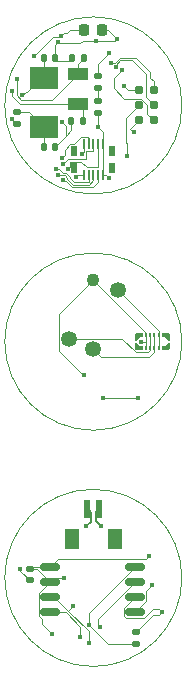
<source format=gbr>
%TF.GenerationSoftware,KiCad,Pcbnew,9.0.0*%
%TF.CreationDate,2025-03-13T16:46:45-04:00*%
%TF.ProjectId,IngestibleCapsule-Board_larger_vias,496e6765-7374-4696-926c-654361707375,rev?*%
%TF.SameCoordinates,Original*%
%TF.FileFunction,Copper,L2,Bot*%
%TF.FilePolarity,Positive*%
%FSLAX46Y46*%
G04 Gerber Fmt 4.6, Leading zero omitted, Abs format (unit mm)*
G04 Created by KiCad (PCBNEW 9.0.0) date 2025-03-13 16:46:45*
%MOMM*%
%LPD*%
G01*
G04 APERTURE LIST*
G04 Aperture macros list*
%AMRoundRect*
0 Rectangle with rounded corners*
0 $1 Rounding radius*
0 $2 $3 $4 $5 $6 $7 $8 $9 X,Y pos of 4 corners*
0 Add a 4 corners polygon primitive as box body*
4,1,4,$2,$3,$4,$5,$6,$7,$8,$9,$2,$3,0*
0 Add four circle primitives for the rounded corners*
1,1,$1+$1,$2,$3*
1,1,$1+$1,$4,$5*
1,1,$1+$1,$6,$7*
1,1,$1+$1,$8,$9*
0 Add four rect primitives between the rounded corners*
20,1,$1+$1,$2,$3,$4,$5,0*
20,1,$1+$1,$4,$5,$6,$7,0*
20,1,$1+$1,$6,$7,$8,$9,0*
20,1,$1+$1,$8,$9,$2,$3,0*%
G04 Aperture macros list end*
%TA.AperFunction,EtchedComponent*%
%ADD10C,0.000000*%
%TD*%
%TA.AperFunction,ComponentPad*%
%ADD11C,1.350000*%
%TD*%
%TA.AperFunction,ComponentPad*%
%ADD12C,1.100000*%
%TD*%
%TA.AperFunction,SMDPad,CuDef*%
%ADD13R,2.400000X1.900000*%
%TD*%
%TA.AperFunction,SMDPad,CuDef*%
%ADD14R,0.220000X0.900000*%
%TD*%
%TA.AperFunction,SMDPad,CuDef*%
%ADD15R,0.500000X0.850000*%
%TD*%
%TA.AperFunction,ConnectorPad*%
%ADD16C,0.787400*%
%TD*%
%TA.AperFunction,SMDPad,CuDef*%
%ADD17R,0.600000X1.550000*%
%TD*%
%TA.AperFunction,SMDPad,CuDef*%
%ADD18R,1.200000X1.800000*%
%TD*%
%TA.AperFunction,SMDPad,CuDef*%
%ADD19RoundRect,0.135000X-0.185000X0.135000X-0.185000X-0.135000X0.185000X-0.135000X0.185000X0.135000X0*%
%TD*%
%TA.AperFunction,SMDPad,CuDef*%
%ADD20RoundRect,0.140000X0.140000X0.170000X-0.140000X0.170000X-0.140000X-0.170000X0.140000X-0.170000X0*%
%TD*%
%TA.AperFunction,SMDPad,CuDef*%
%ADD21RoundRect,0.225000X-0.225000X-0.250000X0.225000X-0.250000X0.225000X0.250000X-0.225000X0.250000X0*%
%TD*%
%TA.AperFunction,SMDPad,CuDef*%
%ADD22RoundRect,0.140000X-0.140000X-0.170000X0.140000X-0.170000X0.140000X0.170000X-0.140000X0.170000X0*%
%TD*%
%TA.AperFunction,SMDPad,CuDef*%
%ADD23RoundRect,0.147500X0.172500X-0.147500X0.172500X0.147500X-0.172500X0.147500X-0.172500X-0.147500X0*%
%TD*%
%TA.AperFunction,SMDPad,CuDef*%
%ADD24RoundRect,0.140000X-0.170000X0.140000X-0.170000X-0.140000X0.170000X-0.140000X0.170000X0.140000X0*%
%TD*%
%TA.AperFunction,SMDPad,CuDef*%
%ADD25RoundRect,0.162500X0.650000X0.162500X-0.650000X0.162500X-0.650000X-0.162500X0.650000X-0.162500X0*%
%TD*%
%TA.AperFunction,SMDPad,CuDef*%
%ADD26R,0.230000X0.350000*%
%TD*%
%TA.AperFunction,SMDPad,CuDef*%
%ADD27R,1.800000X1.000000*%
%TD*%
%TA.AperFunction,ViaPad*%
%ADD28C,0.450000*%
%TD*%
%TA.AperFunction,Conductor*%
%ADD29C,0.100000*%
%TD*%
%TA.AperFunction,Conductor*%
%ADD30C,0.200000*%
%TD*%
%TA.AperFunction,Profile*%
%ADD31C,0.050000*%
%TD*%
G04 APERTURE END LIST*
D10*
%TA.AperFunction,EtchedComponent*%
%TO.C,J3*%
G36*
X104225001Y-94600000D02*
G01*
X103945001Y-94600000D01*
X103715001Y-94919999D01*
X103500001Y-94919999D01*
X103500001Y-94389999D01*
X103639999Y-94250000D01*
X104225001Y-94250000D01*
X104225001Y-94600000D01*
G37*
%TD.AperFunction*%
%TA.AperFunction,EtchedComponent*%
G36*
X103945001Y-95400000D02*
G01*
X104225001Y-95400000D01*
X104225001Y-95750000D01*
X103639999Y-95750000D01*
X103500001Y-95610001D01*
X103500001Y-95080001D01*
X103715001Y-95080001D01*
X103945001Y-95400000D01*
G37*
%TD.AperFunction*%
%TA.AperFunction,EtchedComponent*%
G36*
X106499999Y-94389999D02*
G01*
X106499999Y-94919999D01*
X106284999Y-94919999D01*
X106054999Y-94600000D01*
X105774999Y-94600000D01*
X105774999Y-94250000D01*
X106360001Y-94250000D01*
X106499999Y-94389999D01*
G37*
%TD.AperFunction*%
%TA.AperFunction,EtchedComponent*%
G36*
X106499999Y-95610001D02*
G01*
X106360001Y-95750000D01*
X105774999Y-95750000D01*
X105774999Y-95400000D01*
X106054999Y-95400000D01*
X106284999Y-95080001D01*
X106499999Y-95080001D01*
X106499999Y-95610001D01*
G37*
%TD.AperFunction*%
%TD*%
D11*
%TO.P,U2,1,SDA*%
%TO.N,/SEN_I2C_SDA*%
X100000000Y-95600000D03*
%TO.P,U2,2,VDD*%
%TO.N,I2C_VDD*%
X102065000Y-90615000D03*
D12*
%TO.P,U2,3,GND*%
%TO.N,I2C_GND*%
X100000000Y-89760000D03*
D11*
%TO.P,U2,4,SCL*%
%TO.N,/SEN_I2C_SCL*%
X97935000Y-94745000D03*
%TD*%
D13*
%TO.P,Y1,1,1*%
%TO.N,Net-(C2-Pad2)*%
X95800000Y-76800000D03*
%TO.P,Y1,2,2*%
%TO.N,Net-(U1-PF0)*%
X95800000Y-72700000D03*
%TD*%
D14*
%TO.P,J5,1,1*%
%TO.N,GND*%
X100800001Y-78285001D03*
%TO.P,J5,2,2*%
%TO.N,/MCU_SPI_MISO*%
X100399999Y-78285001D03*
%TO.P,J5,3,3*%
%TO.N,/MCU_SPI_MOSI*%
X100000000Y-78285001D03*
%TO.P,J5,4,4*%
%TO.N,/MCU_MEM_CS*%
X99600001Y-78285001D03*
%TO.P,J5,5,5*%
%TO.N,+3.3V*%
X99199999Y-78285001D03*
%TO.P,J5,6,6*%
%TO.N,GND*%
X100800001Y-80914999D03*
%TO.P,J5,7,7*%
%TO.N,/MCU_RF_IRQ*%
X100399999Y-80914999D03*
%TO.P,J5,8,8*%
%TO.N,/MCU_RF_CS*%
X100000000Y-80914999D03*
%TO.P,J5,9,9*%
%TO.N,/MCU_SPI_SCK*%
X99600001Y-80914999D03*
%TO.P,J5,10,10*%
%TO.N,+3.3V*%
X99199999Y-80914999D03*
D15*
%TO.P,J5,P1*%
%TO.N,N/C*%
X101600000Y-80340000D03*
%TO.P,J5,P2*%
X98400003Y-80340000D03*
%TO.P,J5,P3*%
X101600000Y-78860000D03*
%TO.P,J5,P4*%
X98400003Y-78860000D03*
%TD*%
D16*
%TO.P,J1,1,VCC*%
%TO.N,+3.3V*%
X103830000Y-76240000D03*
%TO.P,J1,2,SWDIO*%
%TO.N,/Processor/SWDIO*%
X105100000Y-76240000D03*
%TO.P,J1,3,~{RESET}*%
%TO.N,/Processor/NRST*%
X103830000Y-74970000D03*
%TO.P,J1,4,SWCLK*%
%TO.N,/Processor/SWCLK*%
X105100000Y-74970000D03*
%TO.P,J1,5,GND*%
%TO.N,GND*%
X103830000Y-73700000D03*
%TO.P,J1,6,SWO*%
%TO.N,/Processor/SWO*%
X105100000Y-73700000D03*
%TD*%
D17*
%TO.P,J6,1,Pin_1*%
%TO.N,/RF Transceiver/RFN*%
X100500000Y-109163000D03*
%TO.P,J6,2,Pin_2*%
%TO.N,/RF Transceiver/RFP*%
X99500000Y-109163000D03*
D18*
%TO.P,J6,MP1*%
%TO.N,N/C*%
X101800000Y-111688000D03*
%TO.P,J6,MP2*%
X98200000Y-111688000D03*
%TD*%
D19*
%TO.P,R4,1*%
%TO.N,Net-(D1-K)*%
X100400000Y-74590000D03*
%TO.P,R4,2*%
%TO.N,GND*%
X100400000Y-75610000D03*
%TD*%
D20*
%TO.P,C2,1*%
%TO.N,GND*%
X96760000Y-78500000D03*
%TO.P,C2,2*%
%TO.N,Net-(C2-Pad2)*%
X95800000Y-78500000D03*
%TD*%
D19*
%TO.P,R8,1*%
%TO.N,SPI_VDD*%
X103597500Y-119610000D03*
%TO.P,R8,2*%
%TO.N,/MEM_CS*%
X103597500Y-120630000D03*
%TD*%
D21*
%TO.P,C24,1*%
%TO.N,+3.3V*%
X99225000Y-68600000D03*
%TO.P,C24,2*%
%TO.N,GND*%
X100775000Y-68600000D03*
%TD*%
D22*
%TO.P,C4,1*%
%TO.N,GND*%
X98140000Y-76300000D03*
%TO.P,C4,2*%
%TO.N,Net-(U1-PC15)*%
X99100000Y-76300000D03*
%TD*%
D23*
%TO.P,D1,1,K*%
%TO.N,Net-(D1-K)*%
X100400000Y-73485000D03*
%TO.P,D1,2,A*%
%TO.N,/Processor/LED_OUT*%
X100400000Y-72515000D03*
%TD*%
D19*
%TO.P,R1,1*%
%TO.N,Net-(C2-Pad2)*%
X93500000Y-75590000D03*
%TO.P,R1,2*%
%TO.N,Net-(U1-PF1)*%
X93500000Y-76610000D03*
%TD*%
D24*
%TO.P,C14,1*%
%TO.N,SPI_VDD*%
X94597500Y-114235000D03*
%TO.P,C14,2*%
%TO.N,SPI_GND*%
X94597500Y-115195000D03*
%TD*%
D25*
%TO.P,U4,1,~{CS}*%
%TO.N,/MEM_CS*%
X103535000Y-114090000D03*
%TO.P,U4,2,DO/IO_{1}*%
%TO.N,/SPI_MISO*%
X103535000Y-115360000D03*
%TO.P,U4,3,~{WP}/IO_{2}*%
%TO.N,SPI_VDD*%
X103535000Y-116630000D03*
%TO.P,U4,4,GND*%
%TO.N,SPI_GND*%
X103535000Y-117900000D03*
%TO.P,U4,5,DI/IO_{0}*%
%TO.N,/SPI_MOSI*%
X96360000Y-117900000D03*
%TO.P,U4,6,CLK*%
%TO.N,/SPI_SCK*%
X96360000Y-116630000D03*
%TO.P,U4,7,~{HOLD}/~{RESET}/IO_{3}*%
%TO.N,SPI_VDD*%
X96360000Y-115360000D03*
%TO.P,U4,8,VCC*%
X96360000Y-114090000D03*
%TD*%
D26*
%TO.P,J3,1,1*%
%TO.N,I2C_GND*%
X104475000Y-94425000D03*
X104475000Y-95575000D03*
%TO.P,J3,2,2*%
%TO.N,/SEN_I2C_SCL*%
X104824999Y-94425000D03*
X104824999Y-95575000D03*
%TO.P,J3,3,3*%
%TO.N,/SEN_I2C_SDA*%
X105175001Y-94425000D03*
X105175001Y-95575000D03*
%TO.P,J3,4,4*%
%TO.N,I2C_VDD*%
X105525000Y-94425000D03*
X105525000Y-95575000D03*
%TD*%
D20*
%TO.P,C1,1*%
%TO.N,GND*%
X96760000Y-71000000D03*
%TO.P,C1,2*%
%TO.N,Net-(U1-PF0)*%
X95800000Y-71000000D03*
%TD*%
D22*
%TO.P,C3,1*%
%TO.N,GND*%
X98220000Y-71000000D03*
%TO.P,C3,2*%
%TO.N,Net-(U1-PC14)*%
X99180000Y-71000000D03*
%TD*%
D27*
%TO.P,Y2,1,1*%
%TO.N,Net-(U1-PC15)*%
X98671772Y-74850000D03*
%TO.P,Y2,2,2*%
%TO.N,Net-(U1-PC14)*%
X98671772Y-72350000D03*
%TD*%
D28*
%TO.N,Net-(U1-PC15)*%
X93125000Y-73760000D03*
%TO.N,Net-(U1-PF1)*%
X93078968Y-76120526D03*
%TO.N,/Processor/NRST*%
X102890000Y-79280000D03*
%TO.N,GND*%
X97380000Y-76440000D03*
X100400000Y-76830000D03*
X101320000Y-81120000D03*
X102580000Y-73330000D03*
X97050000Y-69620000D03*
X100250000Y-69549000D03*
X102000000Y-69350000D03*
%TO.N,Net-(U1-PF0)*%
X94000000Y-74100000D03*
%TO.N,Net-(U1-PC14)*%
X93570000Y-72740000D03*
%TO.N,+3.3V*%
X97233053Y-69101353D03*
X98499933Y-81089999D03*
X94990000Y-70800000D03*
X103430000Y-77250000D03*
X99000000Y-79140000D03*
%TO.N,/Processor/LED_OUT*%
X101336290Y-70594829D03*
%TO.N,/Processor/SWO*%
X101500000Y-71372187D03*
%TO.N,/Processor/SWDIO*%
X102417334Y-71977334D03*
%TO.N,/Processor/SWCLK*%
X101890000Y-71760000D03*
%TO.N,Net-(U3-SDO{slash}ADDR)*%
X103750000Y-99750000D03*
X100820000Y-99770000D03*
%TO.N,/RF Transceiver/RFP*%
X99420000Y-110620000D03*
%TO.N,/RF Transceiver/RFN*%
X100660000Y-110640000D03*
%TO.N,I2C_GND*%
X104059900Y-95003004D03*
X99190000Y-97820000D03*
%TO.N,/MCU_SPI_MOSI*%
X97471597Y-79961266D03*
%TO.N,/MCU_MEM_CS*%
X97312549Y-79434762D03*
%TO.N,/MCU_SPI_MISO*%
X97825002Y-80398683D03*
%TO.N,/MCU_RF_IRQ*%
X97413758Y-81311285D03*
%TO.N,/MCU_RF_CS*%
X97045454Y-80894000D03*
%TO.N,/MCU_SPI_SCK*%
X96832675Y-80386823D03*
%TO.N,SPI_GND*%
X105000000Y-115610000D03*
X93810000Y-114220000D03*
%TO.N,SPI_VDD*%
X97480000Y-115000000D03*
X104750000Y-113150000D03*
X105840000Y-117880000D03*
X96520000Y-119750000D03*
%TO.N,/SPI_MOSI*%
X98890000Y-119990000D03*
%TO.N,/MEM_CS*%
X99600000Y-118960000D03*
%TO.N,/SPI_MISO*%
X100600000Y-119180000D03*
%TO.N,/SPI_SCK*%
X98250000Y-117390000D03*
X99600000Y-120475000D03*
%TD*%
D29*
%TO.N,/Processor/SWO*%
X104834700Y-72697706D02*
X105100000Y-72963006D01*
X103599000Y-70949000D02*
X104834700Y-72184700D01*
X102216744Y-70949000D02*
X103599000Y-70949000D01*
X105100000Y-72963006D02*
X105100000Y-73700000D01*
X101795744Y-71370000D02*
X102216744Y-70949000D01*
X104834700Y-72184700D02*
X104834700Y-72697706D01*
D30*
%TO.N,/RF Transceiver/RFP*%
X99790000Y-110240000D02*
X99790000Y-109453000D01*
X99790000Y-109453000D02*
X99500000Y-109163000D01*
X99420000Y-110610000D02*
X99790000Y-110240000D01*
X99420000Y-110620000D02*
X99420000Y-110610000D01*
D29*
%TO.N,SPI_VDD*%
X105075000Y-118132500D02*
X103597500Y-119610000D01*
X105587500Y-118132500D02*
X105075000Y-118132500D01*
X105840000Y-117880000D02*
X105587500Y-118132500D01*
X102571500Y-118196858D02*
X102571500Y-117593500D01*
X102571500Y-117593500D02*
X103535000Y-116630000D01*
X102750642Y-118376000D02*
X102571500Y-118196858D01*
X104319358Y-118376000D02*
X102750642Y-118376000D01*
X105075000Y-117620358D02*
X104319358Y-118376000D01*
X105580358Y-117620358D02*
X105075000Y-117620358D01*
X105840000Y-117880000D02*
X105580358Y-117620358D01*
%TO.N,SPI_GND*%
X104500000Y-116935000D02*
X103535000Y-117900000D01*
X105000000Y-115610000D02*
X104500000Y-116110000D01*
X104500000Y-116110000D02*
X104500000Y-116935000D01*
%TO.N,SPI_VDD*%
X104750000Y-113150000D02*
X104462500Y-113437500D01*
X97012500Y-113437500D02*
X96360000Y-114090000D01*
X104462500Y-113437500D02*
X97012500Y-113437500D01*
%TO.N,/SPI_SCK*%
X97860000Y-117780000D02*
X98250000Y-117390000D01*
X97860000Y-117790000D02*
X97860000Y-117780000D01*
X97860000Y-117790000D02*
X96700000Y-116630000D01*
%TO.N,/SPI_MISO*%
X100400000Y-118980000D02*
X100400000Y-118495000D01*
X100400000Y-118495000D02*
X103535000Y-115360000D01*
X100600000Y-119180000D02*
X100400000Y-118980000D01*
%TO.N,/MEM_CS*%
X99610000Y-118015000D02*
X103535000Y-114090000D01*
X99610000Y-118950000D02*
X99610000Y-118015000D01*
X99600000Y-118960000D02*
X99610000Y-118950000D01*
X101260000Y-120630000D02*
X103597500Y-120630000D01*
X99600000Y-118970000D02*
X101260000Y-120630000D01*
X99600000Y-118960000D02*
X99600000Y-118970000D01*
%TO.N,/SPI_SCK*%
X99600000Y-119530000D02*
X97860000Y-117790000D01*
X99600000Y-120475000D02*
X99600000Y-119530000D01*
X96700000Y-116630000D02*
X96360000Y-116630000D01*
%TO.N,/SPI_MOSI*%
X97675000Y-117900000D02*
X96360000Y-117900000D01*
X98900000Y-119125000D02*
X97675000Y-117900000D01*
X98890000Y-119990000D02*
X98900000Y-119980000D01*
X98900000Y-119980000D02*
X98900000Y-119125000D01*
%TO.N,SPI_VDD*%
X95674642Y-118475000D02*
X95396500Y-118196858D01*
X96520000Y-119750000D02*
X95674642Y-118904642D01*
X95674642Y-118904642D02*
X95674642Y-118475000D01*
X95396500Y-118196858D02*
X95396500Y-116323500D01*
X95396500Y-116323500D02*
X96360000Y-115360000D01*
X96720000Y-115000000D02*
X97480000Y-115000000D01*
X96360000Y-115360000D02*
X96720000Y-115000000D01*
D30*
%TO.N,/RF Transceiver/RFN*%
X100230000Y-110210000D02*
X100230000Y-109433000D01*
X100230000Y-109433000D02*
X100500000Y-109163000D01*
X100660000Y-110640000D02*
X100230000Y-110210000D01*
D29*
%TO.N,SPI_GND*%
X93810000Y-114220000D02*
X93810000Y-114407500D01*
X93810000Y-114407500D02*
X94597500Y-115195000D01*
%TO.N,I2C_GND*%
X104062904Y-95000000D02*
X104475000Y-95000000D01*
X104059900Y-95003004D02*
X104062904Y-95000000D01*
%TO.N,Net-(U3-SDO{slash}ADDR)*%
X100840000Y-99750000D02*
X100820000Y-99770000D01*
X103750000Y-99750000D02*
X100840000Y-99750000D01*
%TO.N,I2C_GND*%
X97109000Y-95834000D02*
X97109000Y-92651000D01*
X99095000Y-97820000D02*
X97109000Y-95834000D01*
X99190000Y-97820000D02*
X99095000Y-97820000D01*
X97109000Y-92651000D02*
X100000000Y-89760000D01*
%TO.N,+3.3V*%
X103100000Y-76970000D02*
X103830000Y-76240000D01*
X103100000Y-77025000D02*
X103100000Y-76970000D01*
X103325000Y-77250000D02*
X103100000Y-77025000D01*
X103430000Y-77250000D02*
X103325000Y-77250000D01*
X95000000Y-70800000D02*
X94990000Y-70800000D01*
X96600000Y-69200000D02*
X95000000Y-70800000D01*
X97128647Y-69101353D02*
X97030000Y-69200000D01*
X97233053Y-69101353D02*
X97128647Y-69101353D01*
X97030000Y-69200000D02*
X96600000Y-69200000D01*
X98000000Y-68600000D02*
X99225000Y-68600000D01*
X97750000Y-68850000D02*
X98000000Y-68600000D01*
X97484406Y-68850000D02*
X97750000Y-68850000D01*
X97233053Y-69101353D02*
X97484406Y-68850000D01*
%TO.N,/Processor/LED_OUT*%
X101336290Y-70597917D02*
X101314207Y-70620000D01*
X101314207Y-70620000D02*
X101274584Y-70620000D01*
X101336290Y-70594829D02*
X101336290Y-70597917D01*
X100400000Y-71494584D02*
X100400000Y-72515000D01*
X101274584Y-70620000D02*
X100400000Y-71494584D01*
%TO.N,/Processor/SWO*%
X101502187Y-71370000D02*
X101795744Y-71370000D01*
X101500000Y-71372187D02*
X101502187Y-71370000D01*
%TO.N,/Processor/SWCLK*%
X104450000Y-74320000D02*
X105100000Y-74970000D01*
X101890000Y-71560000D02*
X102300000Y-71150000D01*
X103300000Y-71150000D02*
X104450000Y-72300000D01*
X102300000Y-71150000D02*
X103300000Y-71150000D01*
X101890000Y-71760000D02*
X101890000Y-71560000D01*
X104450000Y-72300000D02*
X104450000Y-74320000D01*
%TO.N,/Processor/SWDIO*%
X104555300Y-75695300D02*
X105100000Y-76240000D01*
X104555300Y-74924977D02*
X104555300Y-75695300D01*
X104055623Y-74425300D02*
X104555300Y-74924977D01*
X102417334Y-71977334D02*
X101737500Y-72657168D01*
X101737500Y-73537500D02*
X102625300Y-74425300D01*
X101737500Y-72657168D02*
X101737500Y-73537500D01*
X102625300Y-74425300D02*
X104055623Y-74425300D01*
%TO.N,+3.3V*%
X99199999Y-78975001D02*
X99199999Y-78285001D01*
X99050000Y-79125000D02*
X99199999Y-78975001D01*
X99015000Y-79125000D02*
X99050000Y-79125000D01*
X99000000Y-79140000D02*
X99015000Y-79125000D01*
%TO.N,/MCU_SPI_MOSI*%
X99938500Y-78849000D02*
X100000000Y-78787500D01*
X99935677Y-78849000D02*
X99938500Y-78849000D01*
X99894677Y-78890000D02*
X99935677Y-78849000D01*
X99400999Y-78890000D02*
X99894677Y-78890000D01*
X97471597Y-79961266D02*
X97872863Y-79560000D01*
X97872863Y-79560000D02*
X99400999Y-79560000D01*
X99400999Y-79560000D02*
X99400999Y-78890000D01*
X100000000Y-78787500D02*
X100000000Y-78285001D01*
%TO.N,/MCU_MEM_CS*%
X99600001Y-77786001D02*
X99600001Y-78285001D01*
X99498001Y-77684001D02*
X99600001Y-77786001D01*
X98938999Y-77684001D02*
X99498001Y-77684001D01*
X98066000Y-78284000D02*
X98339000Y-78284000D01*
X97312549Y-79407451D02*
X97564136Y-79155864D01*
X97564136Y-79155864D02*
X97564136Y-78785864D01*
X98339000Y-78284000D02*
X98938999Y-77684001D01*
X97564136Y-78785864D02*
X98066000Y-78284000D01*
X97312549Y-79434762D02*
X97312549Y-79407451D01*
%TO.N,/MCU_SPI_MISO*%
X100399999Y-80250000D02*
X100399999Y-78285001D01*
X97999003Y-79764000D02*
X98964000Y-79764000D01*
X99450000Y-80250000D02*
X100399999Y-80250000D01*
X97999003Y-80224682D02*
X97999003Y-79764000D01*
X97825002Y-80398683D02*
X97999003Y-80224682D01*
X98964000Y-79764000D02*
X99450000Y-80250000D01*
%TO.N,+3.3V*%
X98674933Y-80914999D02*
X99199999Y-80914999D01*
X98499933Y-81089999D02*
X98674933Y-80914999D01*
%TO.N,/MCU_RF_CS*%
X100000000Y-81349257D02*
X100000000Y-80914999D01*
X99632258Y-81716999D02*
X100000000Y-81349257D01*
X98312345Y-81716999D02*
X99632258Y-81716999D01*
X97789758Y-81194412D02*
X97789758Y-81194411D01*
X97789758Y-81155540D02*
X97789758Y-81194412D01*
X97081454Y-80930000D02*
X97564218Y-80930000D01*
X97045454Y-80894000D02*
X97081454Y-80930000D01*
X97564218Y-80930000D02*
X97789758Y-81155540D01*
X97789758Y-81194411D02*
X98312345Y-81716999D01*
%TO.N,/MCU_SPI_SCK*%
X97080436Y-80397237D02*
X96843089Y-80397237D01*
X96843089Y-80397237D02*
X96832675Y-80386823D01*
X97412199Y-80729000D02*
X97080436Y-80397237D01*
X97647474Y-80729000D02*
X97412199Y-80729000D01*
X97990758Y-81072283D02*
X97647474Y-80729000D01*
X97990758Y-81111154D02*
X97990758Y-81072283D01*
X98395601Y-81515999D02*
X97990758Y-81111154D01*
X99549001Y-81515999D02*
X98395601Y-81515999D01*
X99600001Y-81464999D02*
X99549001Y-81515999D01*
X99600001Y-80914999D02*
X99600001Y-81464999D01*
%TO.N,/MCU_RF_IRQ*%
X100399999Y-81464999D02*
X100399999Y-80914999D01*
X99946999Y-81917999D02*
X100399999Y-81464999D01*
X98229089Y-81917999D02*
X99946999Y-81917999D01*
X97413758Y-81311285D02*
X97462473Y-81360000D01*
X97671090Y-81360000D02*
X98229089Y-81917999D01*
X97462473Y-81360000D02*
X97671090Y-81360000D01*
%TO.N,Net-(U1-PF0)*%
X95550000Y-72700000D02*
X95800000Y-72700000D01*
X94000000Y-74100000D02*
X94270000Y-73830000D01*
X94420000Y-73830000D02*
X95550000Y-72700000D01*
X94270000Y-73830000D02*
X94420000Y-73830000D01*
%TO.N,Net-(U1-PC14)*%
X96495772Y-74526000D02*
X98671772Y-72350000D01*
X93885677Y-74526000D02*
X96495772Y-74526000D01*
X93500000Y-72810000D02*
X93500000Y-74140323D01*
X93570000Y-72740000D02*
X93500000Y-72810000D01*
X93500000Y-74140323D02*
X93885677Y-74526000D01*
%TO.N,Net-(U1-PC15)*%
X93125000Y-73760000D02*
X93100000Y-73785000D01*
X93100000Y-73785000D02*
X93100000Y-74200000D01*
X93100000Y-74200000D02*
X93750000Y-74850000D01*
X93750000Y-74850000D02*
X98671772Y-74850000D01*
%TO.N,Net-(U1-PF1)*%
X93312500Y-76422500D02*
X93500000Y-76610000D01*
X93252500Y-76422500D02*
X93312500Y-76422500D01*
X93078968Y-76248968D02*
X93252500Y-76422500D01*
X93078968Y-76120526D02*
X93078968Y-76248968D01*
%TO.N,/Processor/NRST*%
X102750000Y-78130000D02*
X102750000Y-76050000D01*
X102750000Y-76050000D02*
X103830000Y-74970000D01*
X102890000Y-78270000D02*
X102750000Y-78130000D01*
X102890000Y-79280000D02*
X102890000Y-78270000D01*
%TO.N,GND*%
X97645000Y-76705000D02*
X97645000Y-77615000D01*
X97380000Y-76440000D02*
X97645000Y-76705000D01*
X98140000Y-77120000D02*
X97645000Y-77615000D01*
X100800001Y-77230001D02*
X100400000Y-76830000D01*
X100800001Y-78285001D02*
X100800001Y-77230001D01*
X100400000Y-76830000D02*
X100400000Y-75610000D01*
X101114999Y-80914999D02*
X101320000Y-81120000D01*
X100800001Y-80914999D02*
X101114999Y-80914999D01*
X100800001Y-80914999D02*
X100800001Y-78285001D01*
X102950000Y-73700000D02*
X102580000Y-73330000D01*
X103830000Y-73700000D02*
X102950000Y-73700000D01*
X97180000Y-69750000D02*
X97050000Y-69620000D01*
X99101000Y-69549000D02*
X98900000Y-69750000D01*
X100250000Y-69549000D02*
X99101000Y-69549000D01*
X98900000Y-69750000D02*
X97180000Y-69750000D01*
X96760000Y-69910000D02*
X96760000Y-71000000D01*
X97050000Y-69620000D02*
X96760000Y-69910000D01*
X101801000Y-69549000D02*
X102000000Y-69350000D01*
X100250000Y-69549000D02*
X101801000Y-69549000D01*
X101250000Y-68600000D02*
X100775000Y-68600000D01*
X102000000Y-69350000D02*
X101250000Y-68600000D01*
%TO.N,Net-(U1-PF0)*%
X95800000Y-72700000D02*
X95800000Y-71000000D01*
%TO.N,GND*%
X103830000Y-73700000D02*
X103450000Y-73700000D01*
X98140000Y-76300000D02*
X98140000Y-77120000D01*
X96960000Y-71200000D02*
X96760000Y-71000000D01*
X98220000Y-71000000D02*
X98020000Y-71200000D01*
X98020000Y-71200000D02*
X96960000Y-71200000D01*
X97645000Y-77615000D02*
X96760000Y-78500000D01*
%TO.N,Net-(C2-Pad2)*%
X94590000Y-75590000D02*
X95800000Y-76800000D01*
X93500000Y-75590000D02*
X94590000Y-75590000D01*
X95800000Y-76800000D02*
X95800000Y-78500000D01*
%TO.N,Net-(U1-PC14)*%
X98671772Y-72350000D02*
X98671772Y-71508228D01*
X98671772Y-71508228D02*
X99180000Y-71000000D01*
%TO.N,Net-(U1-PC15)*%
X99100000Y-75278228D02*
X98671772Y-74850000D01*
X99100000Y-76300000D02*
X99100000Y-75278228D01*
%TO.N,Net-(D1-K)*%
X100400000Y-73485000D02*
X100400000Y-74590000D01*
%TO.N,I2C_GND*%
X104475000Y-95000000D02*
X104475000Y-95575000D01*
X100000000Y-89760000D02*
X104475000Y-94235000D01*
X104475000Y-94235000D02*
X104475000Y-94425000D01*
X104475000Y-94425000D02*
X104475000Y-95000000D01*
%TO.N,I2C_VDD*%
X105525000Y-94425000D02*
X105525000Y-95575000D01*
X105525000Y-94075000D02*
X105525000Y-94425000D01*
X102065000Y-90615000D02*
X105525000Y-94075000D01*
%TO.N,/SEN_I2C_SDA*%
X100675000Y-96275000D02*
X104750001Y-96275000D01*
X105175001Y-94425000D02*
X105175001Y-95575000D01*
X105175001Y-95850000D02*
X105175001Y-95575000D01*
X100000000Y-95600000D02*
X100675000Y-96275000D01*
X104750001Y-96275000D02*
X105175001Y-95850000D01*
%TO.N,/SEN_I2C_SCL*%
X104824999Y-95734002D02*
X104824999Y-95575000D01*
X104658001Y-95901000D02*
X104824999Y-95734002D01*
X97935000Y-94745000D02*
X102421451Y-94745000D01*
X102421451Y-94745000D02*
X103577451Y-95901000D01*
X103577451Y-95901000D02*
X104658001Y-95901000D01*
X104824999Y-94425000D02*
X104824999Y-95575000D01*
%TO.N,SPI_VDD*%
X94597500Y-114235000D02*
X95235000Y-114235000D01*
X95235000Y-114235000D02*
X96360000Y-115360000D01*
X96360000Y-114090000D02*
X94742500Y-114090000D01*
X94742500Y-114090000D02*
X94597500Y-114235000D01*
%TD*%
D31*
X107500000Y-115000000D02*
G75*
G02*
X92500000Y-115000000I-7500000J0D01*
G01*
X92500000Y-115000000D02*
G75*
G02*
X107500000Y-115000000I7500000J0D01*
G01*
X107500000Y-95000000D02*
G75*
G02*
X92500000Y-95000000I-7500000J0D01*
G01*
X92500000Y-95000000D02*
G75*
G02*
X107500000Y-95000000I7500000J0D01*
G01*
X107500000Y-75000000D02*
G75*
G02*
X92500000Y-75000000I-7500000J0D01*
G01*
X92500000Y-75000000D02*
G75*
G02*
X107500000Y-75000000I7500000J0D01*
G01*
M02*

</source>
